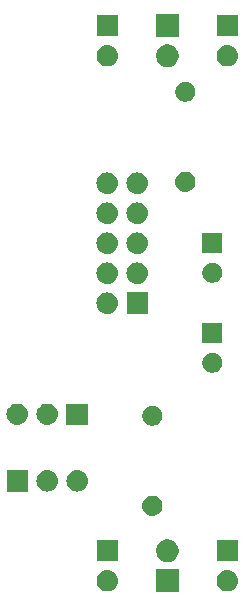
<source format=gbr>
G04 #@! TF.GenerationSoftware,KiCad,Pcbnew,(5.1.2)-2*
G04 #@! TF.CreationDate,2020-04-18T03:55:01-07:00*
G04 #@! TF.ProjectId,eurorackPower10pin,6575726f-7261-4636-9b50-6f7765723130,rev?*
G04 #@! TF.SameCoordinates,Original*
G04 #@! TF.FileFunction,Soldermask,Top*
G04 #@! TF.FilePolarity,Negative*
%FSLAX46Y46*%
G04 Gerber Fmt 4.6, Leading zero omitted, Abs format (unit mm)*
G04 Created by KiCad (PCBNEW (5.1.2)-2) date 2020-04-18 03:55:01*
%MOMM*%
%LPD*%
G04 APERTURE LIST*
%ADD10C,0.100000*%
G04 APERTURE END LIST*
D10*
G36*
X6031000Y-47941000D02*
G01*
X4129000Y-47941000D01*
X4129000Y-46039000D01*
X6031000Y-46039000D01*
X6031000Y-47941000D01*
X6031000Y-47941000D01*
G37*
G36*
X10270442Y-46095518D02*
G01*
X10336627Y-46102037D01*
X10506466Y-46153557D01*
X10662991Y-46237222D01*
X10698729Y-46266552D01*
X10800186Y-46349814D01*
X10883448Y-46451271D01*
X10912778Y-46487009D01*
X10996443Y-46643534D01*
X11047963Y-46813373D01*
X11065359Y-46990000D01*
X11047963Y-47166627D01*
X10996443Y-47336466D01*
X10912778Y-47492991D01*
X10883448Y-47528729D01*
X10800186Y-47630186D01*
X10698729Y-47713448D01*
X10662991Y-47742778D01*
X10506466Y-47826443D01*
X10336627Y-47877963D01*
X10270443Y-47884481D01*
X10204260Y-47891000D01*
X10115740Y-47891000D01*
X10049557Y-47884481D01*
X9983373Y-47877963D01*
X9813534Y-47826443D01*
X9657009Y-47742778D01*
X9621271Y-47713448D01*
X9519814Y-47630186D01*
X9436552Y-47528729D01*
X9407222Y-47492991D01*
X9323557Y-47336466D01*
X9272037Y-47166627D01*
X9254641Y-46990000D01*
X9272037Y-46813373D01*
X9323557Y-46643534D01*
X9407222Y-46487009D01*
X9436552Y-46451271D01*
X9519814Y-46349814D01*
X9621271Y-46266552D01*
X9657009Y-46237222D01*
X9813534Y-46153557D01*
X9983373Y-46102037D01*
X10049558Y-46095518D01*
X10115740Y-46089000D01*
X10204260Y-46089000D01*
X10270442Y-46095518D01*
X10270442Y-46095518D01*
G37*
G36*
X110442Y-46095518D02*
G01*
X176627Y-46102037D01*
X346466Y-46153557D01*
X502991Y-46237222D01*
X538729Y-46266552D01*
X640186Y-46349814D01*
X723448Y-46451271D01*
X752778Y-46487009D01*
X836443Y-46643534D01*
X887963Y-46813373D01*
X905359Y-46990000D01*
X887963Y-47166627D01*
X836443Y-47336466D01*
X752778Y-47492991D01*
X723448Y-47528729D01*
X640186Y-47630186D01*
X538729Y-47713448D01*
X502991Y-47742778D01*
X346466Y-47826443D01*
X176627Y-47877963D01*
X110443Y-47884481D01*
X44260Y-47891000D01*
X-44260Y-47891000D01*
X-110443Y-47884481D01*
X-176627Y-47877963D01*
X-346466Y-47826443D01*
X-502991Y-47742778D01*
X-538729Y-47713448D01*
X-640186Y-47630186D01*
X-723448Y-47528729D01*
X-752778Y-47492991D01*
X-836443Y-47336466D01*
X-887963Y-47166627D01*
X-905359Y-46990000D01*
X-887963Y-46813373D01*
X-836443Y-46643534D01*
X-752778Y-46487009D01*
X-723448Y-46451271D01*
X-640186Y-46349814D01*
X-538729Y-46266552D01*
X-502991Y-46237222D01*
X-346466Y-46153557D01*
X-176627Y-46102037D01*
X-110442Y-46095518D01*
X-44260Y-46089000D01*
X44260Y-46089000D01*
X110442Y-46095518D01*
X110442Y-46095518D01*
G37*
G36*
X5357395Y-43535546D02*
G01*
X5530466Y-43607234D01*
X5530467Y-43607235D01*
X5686227Y-43711310D01*
X5818690Y-43843773D01*
X5818691Y-43843775D01*
X5922766Y-43999534D01*
X5994454Y-44172605D01*
X6031000Y-44356333D01*
X6031000Y-44543667D01*
X5994454Y-44727395D01*
X5922766Y-44900466D01*
X5922765Y-44900467D01*
X5818690Y-45056227D01*
X5686227Y-45188690D01*
X5607818Y-45241081D01*
X5530466Y-45292766D01*
X5357395Y-45364454D01*
X5173667Y-45401000D01*
X4986333Y-45401000D01*
X4802605Y-45364454D01*
X4629534Y-45292766D01*
X4552182Y-45241081D01*
X4473773Y-45188690D01*
X4341310Y-45056227D01*
X4237235Y-44900467D01*
X4237234Y-44900466D01*
X4165546Y-44727395D01*
X4129000Y-44543667D01*
X4129000Y-44356333D01*
X4165546Y-44172605D01*
X4237234Y-43999534D01*
X4341309Y-43843775D01*
X4341310Y-43843773D01*
X4473773Y-43711310D01*
X4629533Y-43607235D01*
X4629534Y-43607234D01*
X4802605Y-43535546D01*
X4986333Y-43499000D01*
X5173667Y-43499000D01*
X5357395Y-43535546D01*
X5357395Y-43535546D01*
G37*
G36*
X901000Y-45351000D02*
G01*
X-901000Y-45351000D01*
X-901000Y-43549000D01*
X901000Y-43549000D01*
X901000Y-45351000D01*
X901000Y-45351000D01*
G37*
G36*
X11061000Y-45351000D02*
G01*
X9259000Y-45351000D01*
X9259000Y-43549000D01*
X11061000Y-43549000D01*
X11061000Y-45351000D01*
X11061000Y-45351000D01*
G37*
G36*
X3976823Y-39801313D02*
G01*
X4137242Y-39849976D01*
X4269906Y-39920886D01*
X4285078Y-39928996D01*
X4414659Y-40035341D01*
X4521004Y-40164922D01*
X4521005Y-40164924D01*
X4600024Y-40312758D01*
X4648687Y-40473177D01*
X4665117Y-40640000D01*
X4648687Y-40806823D01*
X4600024Y-40967242D01*
X4529114Y-41099906D01*
X4521004Y-41115078D01*
X4414659Y-41244659D01*
X4285078Y-41351004D01*
X4285076Y-41351005D01*
X4137242Y-41430024D01*
X3976823Y-41478687D01*
X3851804Y-41491000D01*
X3768196Y-41491000D01*
X3643177Y-41478687D01*
X3482758Y-41430024D01*
X3334924Y-41351005D01*
X3334922Y-41351004D01*
X3205341Y-41244659D01*
X3098996Y-41115078D01*
X3090886Y-41099906D01*
X3019976Y-40967242D01*
X2971313Y-40806823D01*
X2954883Y-40640000D01*
X2971313Y-40473177D01*
X3019976Y-40312758D01*
X3098995Y-40164924D01*
X3098996Y-40164922D01*
X3205341Y-40035341D01*
X3334922Y-39928996D01*
X3350094Y-39920886D01*
X3482758Y-39849976D01*
X3643177Y-39801313D01*
X3768196Y-39789000D01*
X3851804Y-39789000D01*
X3976823Y-39801313D01*
X3976823Y-39801313D01*
G37*
G36*
X-4984557Y-37645519D02*
G01*
X-4918373Y-37652037D01*
X-4748534Y-37703557D01*
X-4592009Y-37787222D01*
X-4556271Y-37816552D01*
X-4454814Y-37899814D01*
X-4371552Y-38001271D01*
X-4342222Y-38037009D01*
X-4258557Y-38193534D01*
X-4207037Y-38363373D01*
X-4189641Y-38540000D01*
X-4207037Y-38716627D01*
X-4258557Y-38886466D01*
X-4342222Y-39042991D01*
X-4371552Y-39078729D01*
X-4454814Y-39180186D01*
X-4556271Y-39263448D01*
X-4592009Y-39292778D01*
X-4748534Y-39376443D01*
X-4918373Y-39427963D01*
X-4984558Y-39434482D01*
X-5050740Y-39441000D01*
X-5139260Y-39441000D01*
X-5205442Y-39434482D01*
X-5271627Y-39427963D01*
X-5441466Y-39376443D01*
X-5597991Y-39292778D01*
X-5633729Y-39263448D01*
X-5735186Y-39180186D01*
X-5818448Y-39078729D01*
X-5847778Y-39042991D01*
X-5931443Y-38886466D01*
X-5982963Y-38716627D01*
X-6000359Y-38540000D01*
X-5982963Y-38363373D01*
X-5931443Y-38193534D01*
X-5847778Y-38037009D01*
X-5818448Y-38001271D01*
X-5735186Y-37899814D01*
X-5633729Y-37816552D01*
X-5597991Y-37787222D01*
X-5441466Y-37703557D01*
X-5271627Y-37652037D01*
X-5205443Y-37645519D01*
X-5139260Y-37639000D01*
X-5050740Y-37639000D01*
X-4984557Y-37645519D01*
X-4984557Y-37645519D01*
G37*
G36*
X-2444557Y-37645519D02*
G01*
X-2378373Y-37652037D01*
X-2208534Y-37703557D01*
X-2052009Y-37787222D01*
X-2016271Y-37816552D01*
X-1914814Y-37899814D01*
X-1831552Y-38001271D01*
X-1802222Y-38037009D01*
X-1718557Y-38193534D01*
X-1667037Y-38363373D01*
X-1649641Y-38540000D01*
X-1667037Y-38716627D01*
X-1718557Y-38886466D01*
X-1802222Y-39042991D01*
X-1831552Y-39078729D01*
X-1914814Y-39180186D01*
X-2016271Y-39263448D01*
X-2052009Y-39292778D01*
X-2208534Y-39376443D01*
X-2378373Y-39427963D01*
X-2444558Y-39434482D01*
X-2510740Y-39441000D01*
X-2599260Y-39441000D01*
X-2665442Y-39434482D01*
X-2731627Y-39427963D01*
X-2901466Y-39376443D01*
X-3057991Y-39292778D01*
X-3093729Y-39263448D01*
X-3195186Y-39180186D01*
X-3278448Y-39078729D01*
X-3307778Y-39042991D01*
X-3391443Y-38886466D01*
X-3442963Y-38716627D01*
X-3460359Y-38540000D01*
X-3442963Y-38363373D01*
X-3391443Y-38193534D01*
X-3307778Y-38037009D01*
X-3278448Y-38001271D01*
X-3195186Y-37899814D01*
X-3093729Y-37816552D01*
X-3057991Y-37787222D01*
X-2901466Y-37703557D01*
X-2731627Y-37652037D01*
X-2665443Y-37645519D01*
X-2599260Y-37639000D01*
X-2510740Y-37639000D01*
X-2444557Y-37645519D01*
X-2444557Y-37645519D01*
G37*
G36*
X-6734000Y-39441000D02*
G01*
X-8536000Y-39441000D01*
X-8536000Y-37639000D01*
X-6734000Y-37639000D01*
X-6734000Y-39441000D01*
X-6734000Y-39441000D01*
G37*
G36*
X4058228Y-32201703D02*
G01*
X4213100Y-32265853D01*
X4352481Y-32358985D01*
X4471015Y-32477519D01*
X4564147Y-32616900D01*
X4628297Y-32771772D01*
X4661000Y-32936184D01*
X4661000Y-33103816D01*
X4628297Y-33268228D01*
X4564147Y-33423100D01*
X4471015Y-33562481D01*
X4352481Y-33681015D01*
X4213100Y-33774147D01*
X4058228Y-33838297D01*
X3893816Y-33871000D01*
X3726184Y-33871000D01*
X3561772Y-33838297D01*
X3406900Y-33774147D01*
X3267519Y-33681015D01*
X3148985Y-33562481D01*
X3055853Y-33423100D01*
X2991703Y-33268228D01*
X2959000Y-33103816D01*
X2959000Y-32936184D01*
X2991703Y-32771772D01*
X3055853Y-32616900D01*
X3148985Y-32477519D01*
X3267519Y-32358985D01*
X3406900Y-32265853D01*
X3561772Y-32201703D01*
X3726184Y-32169000D01*
X3893816Y-32169000D01*
X4058228Y-32201703D01*
X4058228Y-32201703D01*
G37*
G36*
X-7529558Y-31995518D02*
G01*
X-7463373Y-32002037D01*
X-7293534Y-32053557D01*
X-7137009Y-32137222D01*
X-7101271Y-32166552D01*
X-6999814Y-32249814D01*
X-6916552Y-32351271D01*
X-6887222Y-32387009D01*
X-6803557Y-32543534D01*
X-6752037Y-32713373D01*
X-6734641Y-32890000D01*
X-6752037Y-33066627D01*
X-6803557Y-33236466D01*
X-6887222Y-33392991D01*
X-6911930Y-33423097D01*
X-6999814Y-33530186D01*
X-7101271Y-33613448D01*
X-7137009Y-33642778D01*
X-7293534Y-33726443D01*
X-7463373Y-33777963D01*
X-7529557Y-33784481D01*
X-7595740Y-33791000D01*
X-7684260Y-33791000D01*
X-7750443Y-33784481D01*
X-7816627Y-33777963D01*
X-7986466Y-33726443D01*
X-8142991Y-33642778D01*
X-8178729Y-33613448D01*
X-8280186Y-33530186D01*
X-8368070Y-33423097D01*
X-8392778Y-33392991D01*
X-8476443Y-33236466D01*
X-8527963Y-33066627D01*
X-8545359Y-32890000D01*
X-8527963Y-32713373D01*
X-8476443Y-32543534D01*
X-8392778Y-32387009D01*
X-8363448Y-32351271D01*
X-8280186Y-32249814D01*
X-8178729Y-32166552D01*
X-8142991Y-32137222D01*
X-7986466Y-32053557D01*
X-7816627Y-32002037D01*
X-7750442Y-31995518D01*
X-7684260Y-31989000D01*
X-7595740Y-31989000D01*
X-7529558Y-31995518D01*
X-7529558Y-31995518D01*
G37*
G36*
X-4989558Y-31995518D02*
G01*
X-4923373Y-32002037D01*
X-4753534Y-32053557D01*
X-4597009Y-32137222D01*
X-4561271Y-32166552D01*
X-4459814Y-32249814D01*
X-4376552Y-32351271D01*
X-4347222Y-32387009D01*
X-4263557Y-32543534D01*
X-4212037Y-32713373D01*
X-4194641Y-32890000D01*
X-4212037Y-33066627D01*
X-4263557Y-33236466D01*
X-4347222Y-33392991D01*
X-4371930Y-33423097D01*
X-4459814Y-33530186D01*
X-4561271Y-33613448D01*
X-4597009Y-33642778D01*
X-4753534Y-33726443D01*
X-4923373Y-33777963D01*
X-4989557Y-33784481D01*
X-5055740Y-33791000D01*
X-5144260Y-33791000D01*
X-5210443Y-33784481D01*
X-5276627Y-33777963D01*
X-5446466Y-33726443D01*
X-5602991Y-33642778D01*
X-5638729Y-33613448D01*
X-5740186Y-33530186D01*
X-5828070Y-33423097D01*
X-5852778Y-33392991D01*
X-5936443Y-33236466D01*
X-5987963Y-33066627D01*
X-6005359Y-32890000D01*
X-5987963Y-32713373D01*
X-5936443Y-32543534D01*
X-5852778Y-32387009D01*
X-5823448Y-32351271D01*
X-5740186Y-32249814D01*
X-5638729Y-32166552D01*
X-5602991Y-32137222D01*
X-5446466Y-32053557D01*
X-5276627Y-32002037D01*
X-5210442Y-31995518D01*
X-5144260Y-31989000D01*
X-5055740Y-31989000D01*
X-4989558Y-31995518D01*
X-4989558Y-31995518D01*
G37*
G36*
X-1659000Y-33791000D02*
G01*
X-3461000Y-33791000D01*
X-3461000Y-31989000D01*
X-1659000Y-31989000D01*
X-1659000Y-33791000D01*
X-1659000Y-33791000D01*
G37*
G36*
X9138228Y-27716703D02*
G01*
X9293100Y-27780853D01*
X9432481Y-27873985D01*
X9551015Y-27992519D01*
X9644147Y-28131900D01*
X9708297Y-28286772D01*
X9741000Y-28451184D01*
X9741000Y-28618816D01*
X9708297Y-28783228D01*
X9644147Y-28938100D01*
X9551015Y-29077481D01*
X9432481Y-29196015D01*
X9293100Y-29289147D01*
X9138228Y-29353297D01*
X8973816Y-29386000D01*
X8806184Y-29386000D01*
X8641772Y-29353297D01*
X8486900Y-29289147D01*
X8347519Y-29196015D01*
X8228985Y-29077481D01*
X8135853Y-28938100D01*
X8071703Y-28783228D01*
X8039000Y-28618816D01*
X8039000Y-28451184D01*
X8071703Y-28286772D01*
X8135853Y-28131900D01*
X8228985Y-27992519D01*
X8347519Y-27873985D01*
X8486900Y-27780853D01*
X8641772Y-27716703D01*
X8806184Y-27684000D01*
X8973816Y-27684000D01*
X9138228Y-27716703D01*
X9138228Y-27716703D01*
G37*
G36*
X9741000Y-26886000D02*
G01*
X8039000Y-26886000D01*
X8039000Y-25184000D01*
X9741000Y-25184000D01*
X9741000Y-26886000D01*
X9741000Y-26886000D01*
G37*
G36*
X179294Y-22593633D02*
G01*
X351695Y-22645931D01*
X510583Y-22730858D01*
X649849Y-22845151D01*
X764142Y-22984417D01*
X849069Y-23143305D01*
X901367Y-23315706D01*
X919025Y-23495000D01*
X901367Y-23674294D01*
X849069Y-23846695D01*
X764142Y-24005583D01*
X649849Y-24144849D01*
X510583Y-24259142D01*
X351695Y-24344069D01*
X179294Y-24396367D01*
X44931Y-24409600D01*
X-44931Y-24409600D01*
X-179294Y-24396367D01*
X-351695Y-24344069D01*
X-510583Y-24259142D01*
X-649849Y-24144849D01*
X-764142Y-24005583D01*
X-849069Y-23846695D01*
X-901367Y-23674294D01*
X-919025Y-23495000D01*
X-901367Y-23315706D01*
X-849069Y-23143305D01*
X-764142Y-22984417D01*
X-649849Y-22845151D01*
X-510583Y-22730858D01*
X-351695Y-22645931D01*
X-179294Y-22593633D01*
X-44931Y-22580400D01*
X44931Y-22580400D01*
X179294Y-22593633D01*
X179294Y-22593633D01*
G37*
G36*
X3454600Y-24409600D02*
G01*
X1625400Y-24409600D01*
X1625400Y-22580400D01*
X3454600Y-22580400D01*
X3454600Y-24409600D01*
X3454600Y-24409600D01*
G37*
G36*
X2719294Y-20053633D02*
G01*
X2891695Y-20105931D01*
X3050583Y-20190858D01*
X3189849Y-20305151D01*
X3304142Y-20444417D01*
X3389069Y-20603305D01*
X3441367Y-20775706D01*
X3459025Y-20955000D01*
X3441367Y-21134294D01*
X3389069Y-21306695D01*
X3304142Y-21465583D01*
X3189849Y-21604849D01*
X3050583Y-21719142D01*
X2891695Y-21804069D01*
X2719294Y-21856367D01*
X2584931Y-21869600D01*
X2495069Y-21869600D01*
X2360706Y-21856367D01*
X2188305Y-21804069D01*
X2029417Y-21719142D01*
X1890151Y-21604849D01*
X1775858Y-21465583D01*
X1690931Y-21306695D01*
X1638633Y-21134294D01*
X1620975Y-20955000D01*
X1638633Y-20775706D01*
X1690931Y-20603305D01*
X1775858Y-20444417D01*
X1890151Y-20305151D01*
X2029417Y-20190858D01*
X2188305Y-20105931D01*
X2360706Y-20053633D01*
X2495069Y-20040400D01*
X2584931Y-20040400D01*
X2719294Y-20053633D01*
X2719294Y-20053633D01*
G37*
G36*
X179294Y-20053633D02*
G01*
X351695Y-20105931D01*
X510583Y-20190858D01*
X649849Y-20305151D01*
X764142Y-20444417D01*
X849069Y-20603305D01*
X901367Y-20775706D01*
X919025Y-20955000D01*
X901367Y-21134294D01*
X849069Y-21306695D01*
X764142Y-21465583D01*
X649849Y-21604849D01*
X510583Y-21719142D01*
X351695Y-21804069D01*
X179294Y-21856367D01*
X44931Y-21869600D01*
X-44931Y-21869600D01*
X-179294Y-21856367D01*
X-351695Y-21804069D01*
X-510583Y-21719142D01*
X-649849Y-21604849D01*
X-764142Y-21465583D01*
X-849069Y-21306695D01*
X-901367Y-21134294D01*
X-919025Y-20955000D01*
X-901367Y-20775706D01*
X-849069Y-20603305D01*
X-764142Y-20444417D01*
X-649849Y-20305151D01*
X-510583Y-20190858D01*
X-351695Y-20105931D01*
X-179294Y-20053633D01*
X-44931Y-20040400D01*
X44931Y-20040400D01*
X179294Y-20053633D01*
X179294Y-20053633D01*
G37*
G36*
X9138228Y-20096703D02*
G01*
X9293100Y-20160853D01*
X9432481Y-20253985D01*
X9551015Y-20372519D01*
X9644147Y-20511900D01*
X9708297Y-20666772D01*
X9741000Y-20831184D01*
X9741000Y-20998816D01*
X9708297Y-21163228D01*
X9644147Y-21318100D01*
X9551015Y-21457481D01*
X9432481Y-21576015D01*
X9293100Y-21669147D01*
X9138228Y-21733297D01*
X8973816Y-21766000D01*
X8806184Y-21766000D01*
X8641772Y-21733297D01*
X8486900Y-21669147D01*
X8347519Y-21576015D01*
X8228985Y-21457481D01*
X8135853Y-21318100D01*
X8071703Y-21163228D01*
X8039000Y-20998816D01*
X8039000Y-20831184D01*
X8071703Y-20666772D01*
X8135853Y-20511900D01*
X8228985Y-20372519D01*
X8347519Y-20253985D01*
X8486900Y-20160853D01*
X8641772Y-20096703D01*
X8806184Y-20064000D01*
X8973816Y-20064000D01*
X9138228Y-20096703D01*
X9138228Y-20096703D01*
G37*
G36*
X179294Y-17513633D02*
G01*
X351695Y-17565931D01*
X510583Y-17650858D01*
X649849Y-17765151D01*
X764142Y-17904417D01*
X849069Y-18063305D01*
X901367Y-18235706D01*
X919025Y-18415000D01*
X901367Y-18594294D01*
X849069Y-18766695D01*
X764142Y-18925583D01*
X649849Y-19064849D01*
X510583Y-19179142D01*
X351695Y-19264069D01*
X179294Y-19316367D01*
X44931Y-19329600D01*
X-44931Y-19329600D01*
X-179294Y-19316367D01*
X-351695Y-19264069D01*
X-510583Y-19179142D01*
X-649849Y-19064849D01*
X-764142Y-18925583D01*
X-849069Y-18766695D01*
X-901367Y-18594294D01*
X-919025Y-18415000D01*
X-901367Y-18235706D01*
X-849069Y-18063305D01*
X-764142Y-17904417D01*
X-649849Y-17765151D01*
X-510583Y-17650858D01*
X-351695Y-17565931D01*
X-179294Y-17513633D01*
X-44931Y-17500400D01*
X44931Y-17500400D01*
X179294Y-17513633D01*
X179294Y-17513633D01*
G37*
G36*
X2719294Y-17513633D02*
G01*
X2891695Y-17565931D01*
X3050583Y-17650858D01*
X3189849Y-17765151D01*
X3304142Y-17904417D01*
X3389069Y-18063305D01*
X3441367Y-18235706D01*
X3459025Y-18415000D01*
X3441367Y-18594294D01*
X3389069Y-18766695D01*
X3304142Y-18925583D01*
X3189849Y-19064849D01*
X3050583Y-19179142D01*
X2891695Y-19264069D01*
X2719294Y-19316367D01*
X2584931Y-19329600D01*
X2495069Y-19329600D01*
X2360706Y-19316367D01*
X2188305Y-19264069D01*
X2029417Y-19179142D01*
X1890151Y-19064849D01*
X1775858Y-18925583D01*
X1690931Y-18766695D01*
X1638633Y-18594294D01*
X1620975Y-18415000D01*
X1638633Y-18235706D01*
X1690931Y-18063305D01*
X1775858Y-17904417D01*
X1890151Y-17765151D01*
X2029417Y-17650858D01*
X2188305Y-17565931D01*
X2360706Y-17513633D01*
X2495069Y-17500400D01*
X2584931Y-17500400D01*
X2719294Y-17513633D01*
X2719294Y-17513633D01*
G37*
G36*
X9741000Y-19266000D02*
G01*
X8039000Y-19266000D01*
X8039000Y-17564000D01*
X9741000Y-17564000D01*
X9741000Y-19266000D01*
X9741000Y-19266000D01*
G37*
G36*
X2719294Y-14973633D02*
G01*
X2891695Y-15025931D01*
X3050583Y-15110858D01*
X3189849Y-15225151D01*
X3304142Y-15364417D01*
X3389069Y-15523305D01*
X3441367Y-15695706D01*
X3459025Y-15875000D01*
X3441367Y-16054294D01*
X3389069Y-16226695D01*
X3304142Y-16385583D01*
X3189849Y-16524849D01*
X3050583Y-16639142D01*
X2891695Y-16724069D01*
X2719294Y-16776367D01*
X2584931Y-16789600D01*
X2495069Y-16789600D01*
X2360706Y-16776367D01*
X2188305Y-16724069D01*
X2029417Y-16639142D01*
X1890151Y-16524849D01*
X1775858Y-16385583D01*
X1690931Y-16226695D01*
X1638633Y-16054294D01*
X1620975Y-15875000D01*
X1638633Y-15695706D01*
X1690931Y-15523305D01*
X1775858Y-15364417D01*
X1890151Y-15225151D01*
X2029417Y-15110858D01*
X2188305Y-15025931D01*
X2360706Y-14973633D01*
X2495069Y-14960400D01*
X2584931Y-14960400D01*
X2719294Y-14973633D01*
X2719294Y-14973633D01*
G37*
G36*
X179294Y-14973633D02*
G01*
X351695Y-15025931D01*
X510583Y-15110858D01*
X649849Y-15225151D01*
X764142Y-15364417D01*
X849069Y-15523305D01*
X901367Y-15695706D01*
X919025Y-15875000D01*
X901367Y-16054294D01*
X849069Y-16226695D01*
X764142Y-16385583D01*
X649849Y-16524849D01*
X510583Y-16639142D01*
X351695Y-16724069D01*
X179294Y-16776367D01*
X44931Y-16789600D01*
X-44931Y-16789600D01*
X-179294Y-16776367D01*
X-351695Y-16724069D01*
X-510583Y-16639142D01*
X-649849Y-16524849D01*
X-764142Y-16385583D01*
X-849069Y-16226695D01*
X-901367Y-16054294D01*
X-919025Y-15875000D01*
X-901367Y-15695706D01*
X-849069Y-15523305D01*
X-764142Y-15364417D01*
X-649849Y-15225151D01*
X-510583Y-15110858D01*
X-351695Y-15025931D01*
X-179294Y-14973633D01*
X-44931Y-14960400D01*
X44931Y-14960400D01*
X179294Y-14973633D01*
X179294Y-14973633D01*
G37*
G36*
X179294Y-12433633D02*
G01*
X351695Y-12485931D01*
X510583Y-12570858D01*
X649849Y-12685151D01*
X764142Y-12824417D01*
X849069Y-12983305D01*
X901367Y-13155706D01*
X919025Y-13335000D01*
X901367Y-13514294D01*
X849069Y-13686695D01*
X764142Y-13845583D01*
X649849Y-13984849D01*
X510583Y-14099142D01*
X351695Y-14184069D01*
X179294Y-14236367D01*
X44931Y-14249600D01*
X-44931Y-14249600D01*
X-179294Y-14236367D01*
X-351695Y-14184069D01*
X-510583Y-14099142D01*
X-649849Y-13984849D01*
X-764142Y-13845583D01*
X-849069Y-13686695D01*
X-901367Y-13514294D01*
X-919025Y-13335000D01*
X-901367Y-13155706D01*
X-849069Y-12983305D01*
X-764142Y-12824417D01*
X-649849Y-12685151D01*
X-510583Y-12570858D01*
X-351695Y-12485931D01*
X-179294Y-12433633D01*
X-44931Y-12420400D01*
X44931Y-12420400D01*
X179294Y-12433633D01*
X179294Y-12433633D01*
G37*
G36*
X2719294Y-12433633D02*
G01*
X2891695Y-12485931D01*
X3050583Y-12570858D01*
X3189849Y-12685151D01*
X3304142Y-12824417D01*
X3389069Y-12983305D01*
X3441367Y-13155706D01*
X3459025Y-13335000D01*
X3441367Y-13514294D01*
X3389069Y-13686695D01*
X3304142Y-13845583D01*
X3189849Y-13984849D01*
X3050583Y-14099142D01*
X2891695Y-14184069D01*
X2719294Y-14236367D01*
X2584931Y-14249600D01*
X2495069Y-14249600D01*
X2360706Y-14236367D01*
X2188305Y-14184069D01*
X2029417Y-14099142D01*
X1890151Y-13984849D01*
X1775858Y-13845583D01*
X1690931Y-13686695D01*
X1638633Y-13514294D01*
X1620975Y-13335000D01*
X1638633Y-13155706D01*
X1690931Y-12983305D01*
X1775858Y-12824417D01*
X1890151Y-12685151D01*
X2029417Y-12570858D01*
X2188305Y-12485931D01*
X2360706Y-12433633D01*
X2495069Y-12420400D01*
X2584931Y-12420400D01*
X2719294Y-12433633D01*
X2719294Y-12433633D01*
G37*
G36*
X6770823Y-12369313D02*
G01*
X6931242Y-12417976D01*
X7058377Y-12485931D01*
X7079078Y-12496996D01*
X7208659Y-12603341D01*
X7315004Y-12732922D01*
X7315005Y-12732924D01*
X7394024Y-12880758D01*
X7442687Y-13041177D01*
X7459117Y-13208000D01*
X7442687Y-13374823D01*
X7394024Y-13535242D01*
X7323114Y-13667906D01*
X7315004Y-13683078D01*
X7208659Y-13812659D01*
X7079078Y-13919004D01*
X7079076Y-13919005D01*
X6931242Y-13998024D01*
X6770823Y-14046687D01*
X6645804Y-14059000D01*
X6562196Y-14059000D01*
X6437177Y-14046687D01*
X6276758Y-13998024D01*
X6128924Y-13919005D01*
X6128922Y-13919004D01*
X5999341Y-13812659D01*
X5892996Y-13683078D01*
X5884886Y-13667906D01*
X5813976Y-13535242D01*
X5765313Y-13374823D01*
X5748883Y-13208000D01*
X5765313Y-13041177D01*
X5813976Y-12880758D01*
X5892995Y-12732924D01*
X5892996Y-12732922D01*
X5999341Y-12603341D01*
X6128922Y-12496996D01*
X6149623Y-12485931D01*
X6276758Y-12417976D01*
X6437177Y-12369313D01*
X6562196Y-12357000D01*
X6645804Y-12357000D01*
X6770823Y-12369313D01*
X6770823Y-12369313D01*
G37*
G36*
X6852228Y-4769703D02*
G01*
X7007100Y-4833853D01*
X7146481Y-4926985D01*
X7265015Y-5045519D01*
X7358147Y-5184900D01*
X7422297Y-5339772D01*
X7455000Y-5504184D01*
X7455000Y-5671816D01*
X7422297Y-5836228D01*
X7358147Y-5991100D01*
X7265015Y-6130481D01*
X7146481Y-6249015D01*
X7007100Y-6342147D01*
X6852228Y-6406297D01*
X6687816Y-6439000D01*
X6520184Y-6439000D01*
X6355772Y-6406297D01*
X6200900Y-6342147D01*
X6061519Y-6249015D01*
X5942985Y-6130481D01*
X5849853Y-5991100D01*
X5785703Y-5836228D01*
X5753000Y-5671816D01*
X5753000Y-5504184D01*
X5785703Y-5339772D01*
X5849853Y-5184900D01*
X5942985Y-5045519D01*
X6061519Y-4926985D01*
X6200900Y-4833853D01*
X6355772Y-4769703D01*
X6520184Y-4737000D01*
X6687816Y-4737000D01*
X6852228Y-4769703D01*
X6852228Y-4769703D01*
G37*
G36*
X5357395Y-1625546D02*
G01*
X5530466Y-1697234D01*
X5607818Y-1748919D01*
X5686227Y-1801310D01*
X5818690Y-1933773D01*
X5818691Y-1933775D01*
X5922766Y-2089534D01*
X5994454Y-2262605D01*
X6031000Y-2446333D01*
X6031000Y-2633667D01*
X5994454Y-2817395D01*
X5922766Y-2990466D01*
X5922765Y-2990467D01*
X5818690Y-3146227D01*
X5686227Y-3278690D01*
X5665141Y-3292779D01*
X5530466Y-3382766D01*
X5357395Y-3454454D01*
X5173667Y-3491000D01*
X4986333Y-3491000D01*
X4802605Y-3454454D01*
X4629534Y-3382766D01*
X4494859Y-3292779D01*
X4473773Y-3278690D01*
X4341310Y-3146227D01*
X4237235Y-2990467D01*
X4237234Y-2990466D01*
X4165546Y-2817395D01*
X4129000Y-2633667D01*
X4129000Y-2446333D01*
X4165546Y-2262605D01*
X4237234Y-2089534D01*
X4341309Y-1933775D01*
X4341310Y-1933773D01*
X4473773Y-1801310D01*
X4552182Y-1748919D01*
X4629534Y-1697234D01*
X4802605Y-1625546D01*
X4986333Y-1589000D01*
X5173667Y-1589000D01*
X5357395Y-1625546D01*
X5357395Y-1625546D01*
G37*
G36*
X110443Y-1645519D02*
G01*
X176627Y-1652037D01*
X346466Y-1703557D01*
X502991Y-1787222D01*
X520156Y-1801309D01*
X640186Y-1899814D01*
X723448Y-2001271D01*
X752778Y-2037009D01*
X836443Y-2193534D01*
X887963Y-2363373D01*
X905359Y-2540000D01*
X887963Y-2716627D01*
X836443Y-2886466D01*
X752778Y-3042991D01*
X723448Y-3078729D01*
X640186Y-3180186D01*
X538729Y-3263448D01*
X502991Y-3292778D01*
X346466Y-3376443D01*
X176627Y-3427963D01*
X110443Y-3434481D01*
X44260Y-3441000D01*
X-44260Y-3441000D01*
X-110443Y-3434481D01*
X-176627Y-3427963D01*
X-346466Y-3376443D01*
X-502991Y-3292778D01*
X-538729Y-3263448D01*
X-640186Y-3180186D01*
X-723448Y-3078729D01*
X-752778Y-3042991D01*
X-836443Y-2886466D01*
X-887963Y-2716627D01*
X-905359Y-2540000D01*
X-887963Y-2363373D01*
X-836443Y-2193534D01*
X-752778Y-2037009D01*
X-723448Y-2001271D01*
X-640186Y-1899814D01*
X-520156Y-1801309D01*
X-502991Y-1787222D01*
X-346466Y-1703557D01*
X-176627Y-1652037D01*
X-110443Y-1645519D01*
X-44260Y-1639000D01*
X44260Y-1639000D01*
X110443Y-1645519D01*
X110443Y-1645519D01*
G37*
G36*
X10270443Y-1645519D02*
G01*
X10336627Y-1652037D01*
X10506466Y-1703557D01*
X10662991Y-1787222D01*
X10680156Y-1801309D01*
X10800186Y-1899814D01*
X10883448Y-2001271D01*
X10912778Y-2037009D01*
X10996443Y-2193534D01*
X11047963Y-2363373D01*
X11065359Y-2540000D01*
X11047963Y-2716627D01*
X10996443Y-2886466D01*
X10912778Y-3042991D01*
X10883448Y-3078729D01*
X10800186Y-3180186D01*
X10698729Y-3263448D01*
X10662991Y-3292778D01*
X10506466Y-3376443D01*
X10336627Y-3427963D01*
X10270443Y-3434481D01*
X10204260Y-3441000D01*
X10115740Y-3441000D01*
X10049557Y-3434481D01*
X9983373Y-3427963D01*
X9813534Y-3376443D01*
X9657009Y-3292778D01*
X9621271Y-3263448D01*
X9519814Y-3180186D01*
X9436552Y-3078729D01*
X9407222Y-3042991D01*
X9323557Y-2886466D01*
X9272037Y-2716627D01*
X9254641Y-2540000D01*
X9272037Y-2363373D01*
X9323557Y-2193534D01*
X9407222Y-2037009D01*
X9436552Y-2001271D01*
X9519814Y-1899814D01*
X9639844Y-1801309D01*
X9657009Y-1787222D01*
X9813534Y-1703557D01*
X9983373Y-1652037D01*
X10049557Y-1645519D01*
X10115740Y-1639000D01*
X10204260Y-1639000D01*
X10270443Y-1645519D01*
X10270443Y-1645519D01*
G37*
G36*
X6031000Y-951000D02*
G01*
X4129000Y-951000D01*
X4129000Y951000D01*
X6031000Y951000D01*
X6031000Y-951000D01*
X6031000Y-951000D01*
G37*
G36*
X901000Y-901000D02*
G01*
X-901000Y-901000D01*
X-901000Y901000D01*
X901000Y901000D01*
X901000Y-901000D01*
X901000Y-901000D01*
G37*
G36*
X11061000Y-901000D02*
G01*
X9259000Y-901000D01*
X9259000Y901000D01*
X11061000Y901000D01*
X11061000Y-901000D01*
X11061000Y-901000D01*
G37*
M02*

</source>
